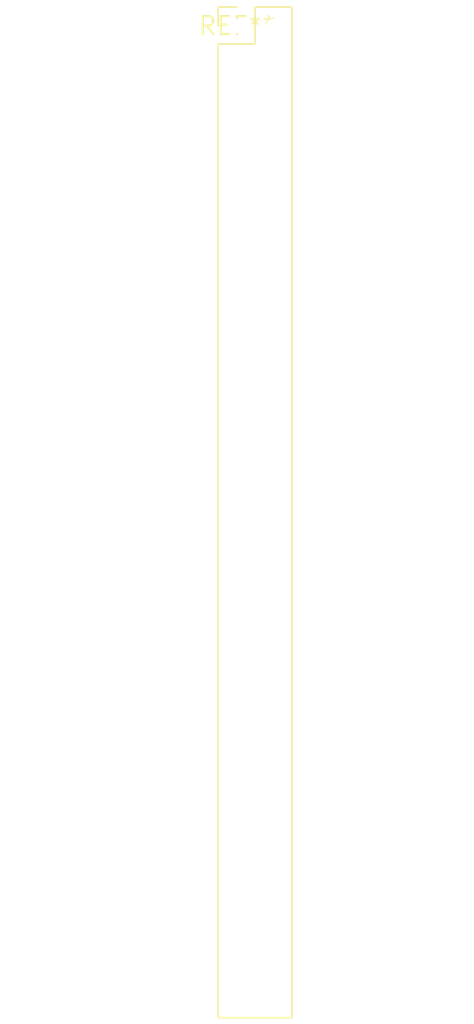
<source format=kicad_pcb>
(kicad_pcb (version 20240108) (generator pcbnew)
  (layers (0 "F.Cu" signal) (31 "B.Cu" signal) (34 "B.Paste" user) (35 "F.Paste" user) (36 "B.SilkS" user "B.Silkscreen") (37 "F.SilkS" user "F.Silkscreen") (38 "B.Mask" user) (39 "F.Mask" user) (44 "Edge.Cuts" user))
  (net 0 "")
  (footprint "PinHeader_2x28_P2.54mm_Vertical" (layer "F.Cu") (at 0 0)
    (property "Reference" "REF**")
    (property "Value" "PinHeader_2x28_P2.54mm_Vertical")
    (fp_line (start -1.33 -1.33) (end 0 -1.33) (layer "F.SilkS") (stroke (width 0.12)))
    (fp_line (start -1.33 0) (end -1.33 -1.33) (layer "F.SilkS") (stroke (width 0.12)))
    (fp_line (start -1.33 1.27) (end -1.33 69.91) (layer "F.SilkS") (stroke (width 0.12)))
    (fp_line (start -1.33 1.27) (end 1.27 1.27) (layer "F.SilkS") (stroke (width 0.12)))
    (fp_line (start -1.33 69.91) (end 3.87 69.91) (layer "F.SilkS") (stroke (width 0.12)))
    (fp_line (start 1.27 -1.33) (end 3.87 -1.33) (layer "F.SilkS") (stroke (width 0.12)))
    (fp_line (start 1.27 1.27) (end 1.27 -1.33) (layer "F.SilkS") (stroke (width 0.12)))
    (fp_line (start 3.87 -1.33) (end 3.87 69.91) (layer "F.SilkS") (stroke (width 0.12)))
    (pad "1" thru_hole rect (at 0 0) (size 1.7 1.7) (drill 1) (layers *.Cu *.Mask) (remove_unused_layers))
    (pad "2" thru_hole oval (at 2.54 0) (size 1.7 1.7) (drill 1) (layers *.Cu *.Mask) (remove_unused_layers))
    (pad "3" thru_hole oval (at 0 2.54) (size 1.7 1.7) (drill 1) (layers *.Cu *.Mask) (remove_unused_layers))
    (pad "4" thru_hole oval (at 2.54 2.54) (size 1.7 1.7) (drill 1) (layers *.Cu *.Mask) (remove_unused_layers))
    (pad "5" thru_hole oval (at 0 5.08) (size 1.7 1.7) (drill 1) (layers *.Cu *.Mask) (remove_unused_layers))
    (pad "6" thru_hole oval (at 2.54 5.08) (size 1.7 1.7) (drill 1) (layers *.Cu *.Mask) (remove_unused_layers))
    (pad "7" thru_hole oval (at 0 7.62) (size 1.7 1.7) (drill 1) (layers *.Cu *.Mask) (remove_unused_layers))
    (pad "8" thru_hole oval (at 2.54 7.62) (size 1.7 1.7) (drill 1) (layers *.Cu *.Mask) (remove_unused_layers))
    (pad "9" thru_hole oval (at 0 10.16) (size 1.7 1.7) (drill 1) (layers *.Cu *.Mask) (remove_unused_layers))
    (pad "10" thru_hole oval (at 2.54 10.16) (size 1.7 1.7) (drill 1) (layers *.Cu *.Mask) (remove_unused_layers))
    (pad "11" thru_hole oval (at 0 12.7) (size 1.7 1.7) (drill 1) (layers *.Cu *.Mask) (remove_unused_layers))
    (pad "12" thru_hole oval (at 2.54 12.7) (size 1.7 1.7) (drill 1) (layers *.Cu *.Mask) (remove_unused_layers))
    (pad "13" thru_hole oval (at 0 15.24) (size 1.7 1.7) (drill 1) (layers *.Cu *.Mask) (remove_unused_layers))
    (pad "14" thru_hole oval (at 2.54 15.24) (size 1.7 1.7) (drill 1) (layers *.Cu *.Mask) (remove_unused_layers))
    (pad "15" thru_hole oval (at 0 17.78) (size 1.7 1.7) (drill 1) (layers *.Cu *.Mask) (remove_unused_layers))
    (pad "16" thru_hole oval (at 2.54 17.78) (size 1.7 1.7) (drill 1) (layers *.Cu *.Mask) (remove_unused_layers))
    (pad "17" thru_hole oval (at 0 20.32) (size 1.7 1.7) (drill 1) (layers *.Cu *.Mask) (remove_unused_layers))
    (pad "18" thru_hole oval (at 2.54 20.32) (size 1.7 1.7) (drill 1) (layers *.Cu *.Mask) (remove_unused_layers))
    (pad "19" thru_hole oval (at 0 22.86) (size 1.7 1.7) (drill 1) (layers *.Cu *.Mask) (remove_unused_layers))
    (pad "20" thru_hole oval (at 2.54 22.86) (size 1.7 1.7) (drill 1) (layers *.Cu *.Mask) (remove_unused_layers))
    (pad "21" thru_hole oval (at 0 25.4) (size 1.7 1.7) (drill 1) (layers *.Cu *.Mask) (remove_unused_layers))
    (pad "22" thru_hole oval (at 2.54 25.4) (size 1.7 1.7) (drill 1) (layers *.Cu *.Mask) (remove_unused_layers))
    (pad "23" thru_hole oval (at 0 27.94) (size 1.7 1.7) (drill 1) (layers *.Cu *.Mask) (remove_unused_layers))
    (pad "24" thru_hole oval (at 2.54 27.94) (size 1.7 1.7) (drill 1) (layers *.Cu *.Mask) (remove_unused_layers))
    (pad "25" thru_hole oval (at 0 30.48) (size 1.7 1.7) (drill 1) (layers *.Cu *.Mask) (remove_unused_layers))
    (pad "26" thru_hole oval (at 2.54 30.48) (size 1.7 1.7) (drill 1) (layers *.Cu *.Mask) (remove_unused_layers))
    (pad "27" thru_hole oval (at 0 33.02) (size 1.7 1.7) (drill 1) (layers *.Cu *.Mask) (remove_unused_layers))
    (pad "28" thru_hole oval (at 2.54 33.02) (size 1.7 1.7) (drill 1) (layers *.Cu *.Mask) (remove_unused_layers))
    (pad "29" thru_hole oval (at 0 35.56) (size 1.7 1.7) (drill 1) (layers *.Cu *.Mask) (remove_unused_layers))
    (pad "30" thru_hole oval (at 2.54 35.56) (size 1.7 1.7) (drill 1) (layers *.Cu *.Mask) (remove_unused_layers))
    (pad "31" thru_hole oval (at 0 38.1) (size 1.7 1.7) (drill 1) (layers *.Cu *.Mask) (remove_unused_layers))
    (pad "32" thru_hole oval (at 2.54 38.1) (size 1.7 1.7) (drill 1) (layers *.Cu *.Mask) (remove_unused_layers))
    (pad "33" thru_hole oval (at 0 40.64) (size 1.7 1.7) (drill 1) (layers *.Cu *.Mask) (remove_unused_layers))
    (pad "34" thru_hole oval (at 2.54 40.64) (size 1.7 1.7) (drill 1) (layers *.Cu *.Mask) (remove_unused_layers))
    (pad "35" thru_hole oval (at 0 43.18) (size 1.7 1.7) (drill 1) (layers *.Cu *.Mask) (remove_unused_layers))
    (pad "36" thru_hole oval (at 2.54 43.18) (size 1.7 1.7) (drill 1) (layers *.Cu *.Mask) (remove_unused_layers))
    (pad "37" thru_hole oval (at 0 45.72) (size 1.7 1.7) (drill 1) (layers *.Cu *.Mask) (remove_unused_layers))
    (pad "38" thru_hole oval (at 2.54 45.72) (size 1.7 1.7) (drill 1) (layers *.Cu *.Mask) (remove_unused_layers))
    (pad "39" thru_hole oval (at 0 48.26) (size 1.7 1.7) (drill 1) (layers *.Cu *.Mask) (remove_unused_layers))
    (pad "40" thru_hole oval (at 2.54 48.26) (size 1.7 1.7) (drill 1) (layers *.Cu *.Mask) (remove_unused_layers))
    (pad "41" thru_hole oval (at 0 50.8) (size 1.7 1.7) (drill 1) (layers *.Cu *.Mask) (remove_unused_layers))
    (pad "42" thru_hole oval (at 2.54 50.8) (size 1.7 1.7) (drill 1) (layers *.Cu *.Mask) (remove_unused_layers))
    (pad "43" thru_hole oval (at 0 53.34) (size 1.7 1.7) (drill 1) (layers *.Cu *.Mask) (remove_unused_layers))
    (pad "44" thru_hole oval (at 2.54 53.34) (size 1.7 1.7) (drill 1) (layers *.Cu *.Mask) (remove_unused_layers))
    (pad "45" thru_hole oval (at 0 55.88) (size 1.7 1.7) (drill 1) (layers *.Cu *.Mask) (remove_unused_layers))
    (pad "46" thru_hole oval (at 2.54 55.88) (size 1.7 1.7) (drill 1) (layers *.Cu *.Mask) (remove_unused_layers))
    (pad "47" thru_hole oval (at 0 58.42) (size 1.7 1.7) (drill 1) (layers *.Cu *.Mask) (remove_unused_layers))
    (pad "48" thru_hole oval (at 2.54 58.42) (size 1.7 1.7) (drill 1) (layers *.Cu *.Mask) (remove_unused_layers))
    (pad "49" thru_hole oval (at 0 60.96) (size 1.7 1.7) (drill 1) (layers *.Cu *.Mask) (remove_unused_layers))
    (pad "50" thru_hole oval (at 2.54 60.96) (size 1.7 1.7) (drill 1) (layers *.Cu *.Mask) (remove_unused_layers))
    (pad "51" thru_hole oval (at 0 63.5) (size 1.7 1.7) (drill 1) (layers *.Cu *.Mask) (remove_unused_layers))
    (pad "52" thru_hole oval (at 2.54 63.5) (size 1.7 1.7) (drill 1) (layers *.Cu *.Mask) (remove_unused_layers))
    (pad "53" thru_hole oval (at 0 66.04) (size 1.7 1.7) (drill 1) (layers *.Cu *.Mask) (remove_unused_layers))
    (pad "54" thru_hole oval (at 2.54 66.04) (size 1.7 1.7) (drill 1) (layers *.Cu *.Mask) (remove_unused_layers))
    (pad "55" thru_hole oval (at 0 68.58) (size 1.7 1.7) (drill 1) (layers *.Cu *.Mask) (remove_unused_layers))
    (pad "56" thru_hole oval (at 2.54 68.58) (size 1.7 1.7) (drill 1) (layers *.Cu *.Mask) (remove_unused_layers))
  )
)
</source>
